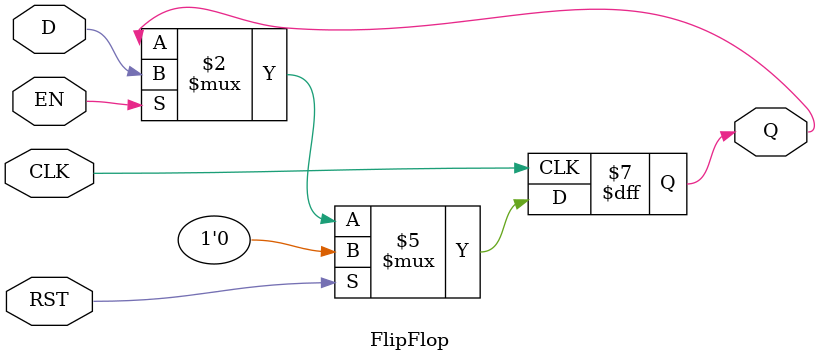
<source format=v>
`timescale 1ns / 1ps


module FlipFlop(input CLK,input D,input RST,input EN,output reg Q);
    always @(posedge CLK)
        if (RST) begin
        Q <= 1'b0;
        end else if (EN) 
        begin         
        Q <= D;
        end
endmodule

</source>
